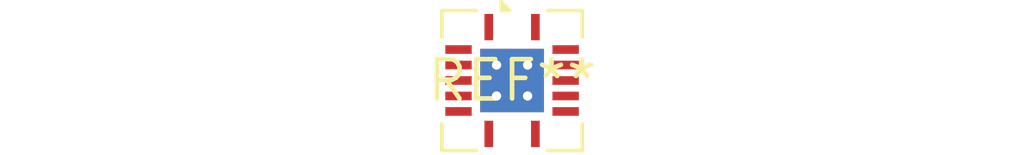
<source format=kicad_pcb>
(kicad_pcb (version 20240108) (generator pcbnew)
  (layers (0 "F.Cu" signal) (31 "B.Cu" signal) (34 "B.Paste" user) (35 "F.Paste" user) (36 "B.SilkS" user "B.Silkscreen") (37 "F.SilkS" user "F.Silkscreen") (38 "B.Mask" user) (39 "F.Mask" user) (44 "Edge.Cuts" user))
  (net 0 "")
  (footprint "Texas_S-PVQFN-N14_ThermalVias" (layer "F.Cu") (at 0 0)
    (property "Reference" "REF**")
    (property "Value" "Texas_S-PVQFN-N14_ThermalVias")
    (fp_line (start -2.26 -1.4) (end -2.26 -2.26) (layer "F.SilkS") (stroke (width 0.12)))
    (fp_line (start -2.26 2.26) (end -2.26 1.4) (layer "F.SilkS") (stroke (width 0.12)))
    (fp_line (start -1.15 -2.26) (end -2.26 -2.26) (layer "F.SilkS") (stroke (width 0.12)))
    (fp_line (start -1.15 2.26) (end -2.26 2.26) (layer "F.SilkS") (stroke (width 0.12)))
    (fp_line (start 1.15 -2.26) (end 2.26 -2.26) (layer "F.SilkS") (stroke (width 0.12)))
    (fp_line (start 1.15 2.26) (end 2.26 2.26) (layer "F.SilkS") (stroke (width 0.12)))
    (fp_line (start 2.26 -2.26) (end 2.26 -1.4) (layer "F.SilkS") (stroke (width 0.12)))
    (fp_line (start 2.26 2.26) (end 2.26 1.4) (layer "F.SilkS") (stroke (width 0.12)))
    (fp_poly (pts (xy -0.35 -2.26) (xy -0.35 -2.54) (xy -0.07 -2.26) (xy -0.35 -2.26)) (layer "F.SilkS") (stroke (width 0.12)) (fill solid))
    (pad "1" smd rect (at -0.75 -1.725 270) (size 0.85 0.28) (layers "F.Cu" "F.Paste" "F.Mask"))
    (pad "2" smd rect (at -1.725 -1 270) (size 0.28 0.85) (layers "F.Cu" "F.Paste" "F.Mask"))
    (pad "3" smd rect (at -1.725 -0.5 270) (size 0.28 0.85) (layers "F.Cu" "F.Paste" "F.Mask"))
    (pad "4" smd rect (at -1.725 0 270) (size 0.28 0.85) (layers "F.Cu" "F.Paste" "F.Mask"))
    (pad "5" smd rect (at -1.725 0.5 270) (size 0.28 0.85) (layers "F.Cu" "F.Paste" "F.Mask"))
    (pad "6" smd rect (at -1.725 1 270) (size 0.28 0.85) (layers "F.Cu" "F.Paste" "F.Mask"))
    (pad "7" smd rect (at -0.75 1.725 270) (size 0.85 0.28) (layers "F.Cu" "F.Paste" "F.Mask"))
    (pad "8" smd rect (at 0.75 1.725 270) (size 0.85 0.28) (layers "F.Cu" "F.Paste" "F.Mask"))
    (pad "9" smd rect (at 1.725 1 270) (size 0.28 0.85) (layers "F.Cu" "F.Paste" "F.Mask"))
    (pad "10" smd rect (at 1.725 0.5 270) (size 0.28 0.85) (layers "F.Cu" "F.Paste" "F.Mask"))
    (pad "11" smd rect (at 1.725 0 270) (size 0.28 0.85) (layers "F.Cu" "F.Paste" "F.Mask"))
    (pad "12" smd rect (at 1.725 -0.5 270) (size 0.28 0.85) (layers "F.Cu" "F.Paste" "F.Mask"))
    (pad "13" smd rect (at 1.725 -1 270) (size 0.28 0.85) (layers "F.Cu" "F.Paste" "F.Mask"))
    (pad "14" smd rect (at 0.75 -1.725 270) (size 0.85 0.28) (layers "F.Cu" "F.Paste" "F.Mask"))
    (pad "15" thru_hole circle (at -0.5 -0.5 270) (size 0.6 0.6) (drill 0.3) (layers *.Cu) (remove_unused_layers))
    (pad "15" thru_hole circle (at -0.5 0.5 270) (size 0.6 0.6) (drill 0.3) (layers *.Cu) (remove_unused_layers))
    (pad "15" smd rect (at 0 0 270) (size 2.05 2.05) (layers "F.Cu" "F.Mask"))
    (pad "15" smd rect (at 0 0 270) (size 2.05 2.05) (layers "B.Cu"))
    (pad "15" thru_hole circle (at 0.5 -0.5 270) (size 0.6 0.6) (drill 0.3) (layers *.Cu) (remove_unused_layers))
    (pad "15" thru_hole circle (at 0.5 0.5 270) (size 0.6 0.6) (drill 0.3) (layers *.Cu) (remove_unused_layers))
  )
)
</source>
